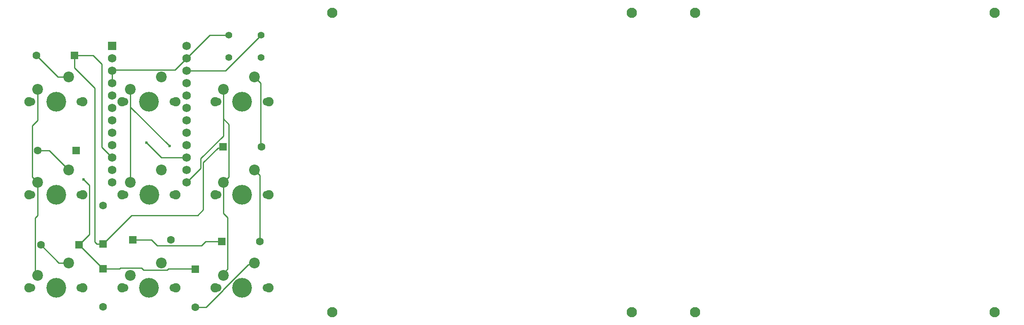
<source format=gbr>
%TF.GenerationSoftware,Altium Limited,Altium Designer,20.1.12 (249)*%
G04 Layer_Physical_Order=2*
G04 Layer_Color=16711680*
%FSLAX26Y26*%
%MOIN*%
%TF.SameCoordinates,C6B7DB02-E56D-4098-84F2-B1512E134489*%
%TF.FilePolarity,Positive*%
%TF.FileFunction,Copper,L2,Bot,Signal*%
%TF.Part,Single*%
G01*
G75*
%TA.AperFunction,Conductor*%
%ADD10C,0.010000*%
%TA.AperFunction,ComponentPad*%
%ADD11C,0.062992*%
%ADD12R,0.062992X0.062992*%
%ADD13C,0.159449*%
%ADD14C,0.086614*%
%ADD15C,0.074803*%
%ADD16C,0.066929*%
%ADD17C,0.069016*%
%ADD18R,0.069016X0.069016*%
%ADD19C,0.055118*%
%ADD20R,0.062992X0.062992*%
%TA.AperFunction,ViaPad*%
%ADD21C,0.082677*%
%ADD22C,0.023622*%
D10*
X1744882Y1735169D02*
Y1972835D01*
Y1598063D02*
Y1735169D01*
X1448854Y1224174D02*
X1562677Y1337997D01*
Y1415859D01*
X1744882Y1598063D01*
X1004567Y956693D02*
X1537449D01*
X1582677Y1001921D02*
Y1381890D01*
X1702039Y1501252D01*
X1537449Y956693D02*
X1582677Y1001921D01*
X1702039Y1501252D02*
X1732275D01*
X1742677Y1511653D01*
X1302074Y527205D02*
X1515354D01*
X1083557Y532716D02*
X1100171Y516102D01*
X1290971D02*
X1302074Y527205D01*
X1515354D02*
X1519370Y523189D01*
X908395Y527205D02*
X913907Y532716D01*
X1083557D01*
X775984Y527205D02*
X908395D01*
X1100171Y516102D02*
X1290971D01*
X580787Y720079D02*
X747165Y553701D01*
X749488D01*
X775984Y527205D01*
X580787Y720079D02*
X664409Y803701D01*
Y1201732D01*
X618110Y1248032D02*
X664409Y1201732D01*
X708661Y744096D02*
Y1982953D01*
Y744096D02*
X724647Y728110D01*
X544606Y2147008D02*
X708661Y1982953D01*
X995787Y1830984D02*
X1311024Y1515748D01*
X995669Y1831102D02*
X995787Y1830984D01*
Y1222716D02*
Y1830984D01*
X995669Y1831102D02*
Y1972835D01*
X1125984Y1543307D02*
X1245118Y1424174D01*
X1448854D01*
X724647Y728110D02*
X775984D01*
X766246Y1506782D02*
Y2175692D01*
X544606Y2147008D02*
Y2247008D01*
X995787Y1222716D02*
X995905Y1222598D01*
X848854Y2124174D02*
X855822Y2131142D01*
X1355822D01*
X1448854Y2224174D01*
X848854Y2024174D02*
Y2124174D01*
X1762363D02*
X2048583Y2410394D01*
X1448854Y2124174D02*
X1762363D01*
X1635074Y2410394D02*
X1788740D01*
X1448854Y2224174D02*
X1635074Y2410394D01*
X2045433Y1515984D02*
X2049764Y1511653D01*
X2045433Y1515984D02*
Y2022284D01*
X1994882Y2072835D02*
X2045433Y2022284D01*
X2037716Y748189D02*
Y1280000D01*
X1995118Y1322598D02*
X2037716Y1280000D01*
X1519370Y216102D02*
X1604130D01*
X1742362Y354335D01*
Y355850D01*
X1946262Y559750D01*
X1980222D01*
X1994882Y574409D01*
X775984Y728110D02*
X1004567Y956693D01*
X273701Y720079D02*
X419370Y574409D01*
X496457D01*
X249606Y1479528D02*
X340551D01*
X496457Y1323622D01*
X1212740Y713779D02*
X1568110D01*
X1602520Y748189D01*
X1730630D01*
X1013071Y760276D02*
X1166244D01*
X1212740Y713779D01*
X1745118Y972177D02*
Y1222598D01*
Y972177D02*
X1777126Y940169D01*
Y524624D02*
Y940169D01*
X1744882Y492380D02*
X1777126Y524624D01*
X1744882Y474409D02*
Y492380D01*
Y1735169D02*
X1789173Y1690878D01*
Y1266654D02*
Y1690878D01*
X1745118Y1222598D02*
X1789173Y1266654D01*
X246457Y955411D02*
Y1223622D01*
X227205Y936159D02*
X246457Y955411D01*
X227205Y514393D02*
Y936159D01*
Y514393D02*
X246457Y495141D01*
Y474409D02*
Y495141D01*
Y1721789D02*
Y1972835D01*
X203110Y1678443D02*
X246457Y1721789D01*
X203110Y1266968D02*
Y1678443D01*
Y1266968D02*
X246457Y1223622D01*
X237520Y2247008D02*
X411693Y2072835D01*
X496457D01*
X544606Y2247008D02*
X694929D01*
X766246Y1506782D02*
X848854Y1424174D01*
X694929Y2247008D02*
X766246Y2175692D01*
D11*
X2049764Y1511653D02*
D03*
X2037716Y748189D02*
D03*
X1320158Y760276D02*
D03*
X273701Y720079D02*
D03*
X249606Y1479528D02*
D03*
X237520Y2247008D02*
D03*
X775984Y1035197D02*
D03*
Y220118D02*
D03*
X1519370Y216102D02*
D03*
D12*
X1742677Y1511653D02*
D03*
X1730630Y748189D02*
D03*
X1013071Y760276D02*
D03*
X580787Y720079D02*
D03*
X556693Y1479528D02*
D03*
X544606Y2247008D02*
D03*
D13*
X1895472Y375000D02*
D03*
X1146260D02*
D03*
X397047D02*
D03*
Y1124213D02*
D03*
X1146496Y1123189D02*
D03*
X1895709D02*
D03*
X1895472Y1873425D02*
D03*
X1146260D02*
D03*
X397047D02*
D03*
D14*
X1744882Y474409D02*
D03*
X1994882Y574409D02*
D03*
X995669Y474409D02*
D03*
X1245669Y574409D02*
D03*
X246457Y474409D02*
D03*
X496457Y574409D02*
D03*
X246457Y1223622D02*
D03*
X496457Y1323622D02*
D03*
X995905Y1222598D02*
D03*
X1245906Y1322598D02*
D03*
X1745118Y1222598D02*
D03*
X1995118Y1322598D02*
D03*
X1744882Y1972835D02*
D03*
X1994882Y2072835D02*
D03*
X995669Y1972835D02*
D03*
X1245669Y2072835D02*
D03*
X246457Y1972835D02*
D03*
X496457Y2072835D02*
D03*
D15*
X1676968Y374409D02*
D03*
X2110433D02*
D03*
X927756D02*
D03*
X1361220D02*
D03*
X178543D02*
D03*
X612008D02*
D03*
X178543Y1123622D02*
D03*
X612008D02*
D03*
X927992Y1122598D02*
D03*
X1361457D02*
D03*
X1677205D02*
D03*
X2110669D02*
D03*
X1676968Y1872835D02*
D03*
X2110433D02*
D03*
X927756D02*
D03*
X1361220D02*
D03*
X178543D02*
D03*
X612008D02*
D03*
D16*
X1693898Y374409D02*
D03*
X2093898D02*
D03*
X944685D02*
D03*
X1344685D02*
D03*
X195472D02*
D03*
X595472D02*
D03*
X195472Y1123622D02*
D03*
X595472D02*
D03*
X944921Y1122598D02*
D03*
X1344921D02*
D03*
X1694134D02*
D03*
X2094134D02*
D03*
X1693898Y1872835D02*
D03*
X2093898D02*
D03*
X944685D02*
D03*
X1344685D02*
D03*
X195472D02*
D03*
X595472D02*
D03*
D17*
X1448854Y2124174D02*
D03*
Y1324174D02*
D03*
Y1724174D02*
D03*
Y1224174D02*
D03*
Y1524174D02*
D03*
Y1424174D02*
D03*
Y1924174D02*
D03*
Y1824174D02*
D03*
Y2224174D02*
D03*
Y2024174D02*
D03*
Y2324174D02*
D03*
Y1624174D02*
D03*
X848854Y1324174D02*
D03*
Y1724174D02*
D03*
Y2124174D02*
D03*
Y1224174D02*
D03*
Y1524174D02*
D03*
Y1424174D02*
D03*
Y1924174D02*
D03*
Y1824174D02*
D03*
Y2024174D02*
D03*
Y2224174D02*
D03*
Y1624174D02*
D03*
D18*
Y2324174D02*
D03*
D19*
X1788740Y2229291D02*
D03*
Y2410394D02*
D03*
X2048583Y2229291D02*
D03*
Y2410394D02*
D03*
D20*
X775984Y728110D02*
D03*
Y527205D02*
D03*
X1519370Y523189D02*
D03*
D21*
X5543110Y2590551D02*
D03*
Y177165D02*
D03*
X7956496Y2590551D02*
D03*
D03*
D03*
Y177165D02*
D03*
X5035433D02*
D03*
Y2590551D02*
D03*
D03*
D03*
X2622047Y177165D02*
D03*
Y2590551D02*
D03*
D22*
X618110Y1248032D02*
D03*
X1311024Y1515748D02*
D03*
X1125984Y1543307D02*
D03*
%TF.MD5,aea20c2a2e561c321fca07d27ae00758*%
M02*

</source>
